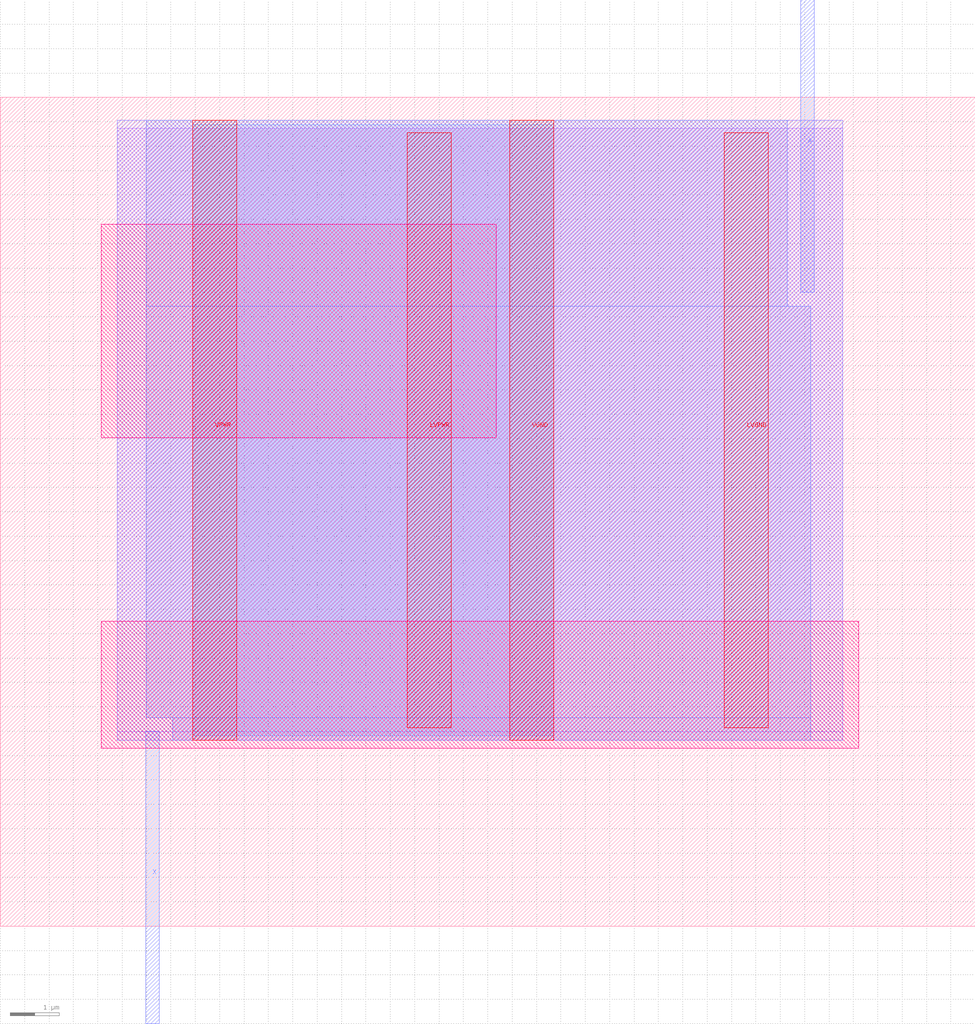
<source format=lef>
VERSION 5.7 ;
  NOWIREEXTENSIONATPIN ON ;
  DIVIDERCHAR "/" ;
  BUSBITCHARS "[]" ;
MACRO sky130_fd_sc_hvl__lsbufhv2lv_1_wrapped
  CLASS BLOCK ;
  FOREIGN sky130_fd_sc_hvl__lsbufhv2lv_1_wrapped ;
  ORIGIN 0.000 0.000 ;
  SIZE 20.000 BY 17.000 ;
  PIN A
    DIRECTION INPUT ;
    USE SIGNAL ;
    PORT
      LAYER met2 ;
        RECT 16.420 13.000 16.700 19.000 ;
    END
  END A
  PIN X
    DIRECTION OUTPUT TRISTATE ;
    USE SIGNAL ;
    PORT
      LAYER met2 ;
        RECT 2.980 -2.000 3.260 4.000 ;
    END
  END X
  PIN VPWR
    DIRECTION INOUT ;
    USE POWER ;
    PORT
      LAYER met4 ;
        RECT 3.950 3.815 4.850 16.535 ;
    END
  END VPWR
  PIN VGND
    DIRECTION INOUT ;
    USE GROUND ;
    PORT
      LAYER met4 ;
        RECT 10.450 3.815 11.350 16.535 ;
    END
  END VGND
  PIN LVPWR
    DIRECTION INOUT ;
    USE POWER ;
    PORT
      LAYER met4 ;
        RECT 8.350 4.070 9.250 16.280 ;
    END
  END LVPWR
  PIN LVGND
    DIRECTION INOUT ;
    USE GROUND ;
    PORT
      LAYER met4 ;
        RECT 14.850 4.070 15.750 16.280 ;
    END
  END LVGND
  OBS
      LAYER nwell ;
        RECT 2.070 10.025 10.170 14.395 ;
        RECT 2.070 3.655 17.610 6.255 ;
      LAYER li1 ;
        RECT 2.400 3.985 17.280 16.365 ;
      LAYER met1 ;
        RECT 2.400 3.815 17.280 16.535 ;
      LAYER met2 ;
        RECT 2.990 12.720 16.140 16.535 ;
        RECT 2.990 4.280 16.630 12.720 ;
        RECT 3.540 3.815 16.630 4.280 ;
      LAYER met3 ;
        RECT 3.950 3.905 11.350 16.445 ;
  END
END sky130_fd_sc_hvl__lsbufhv2lv_1_wrapped
END LIBRARY


</source>
